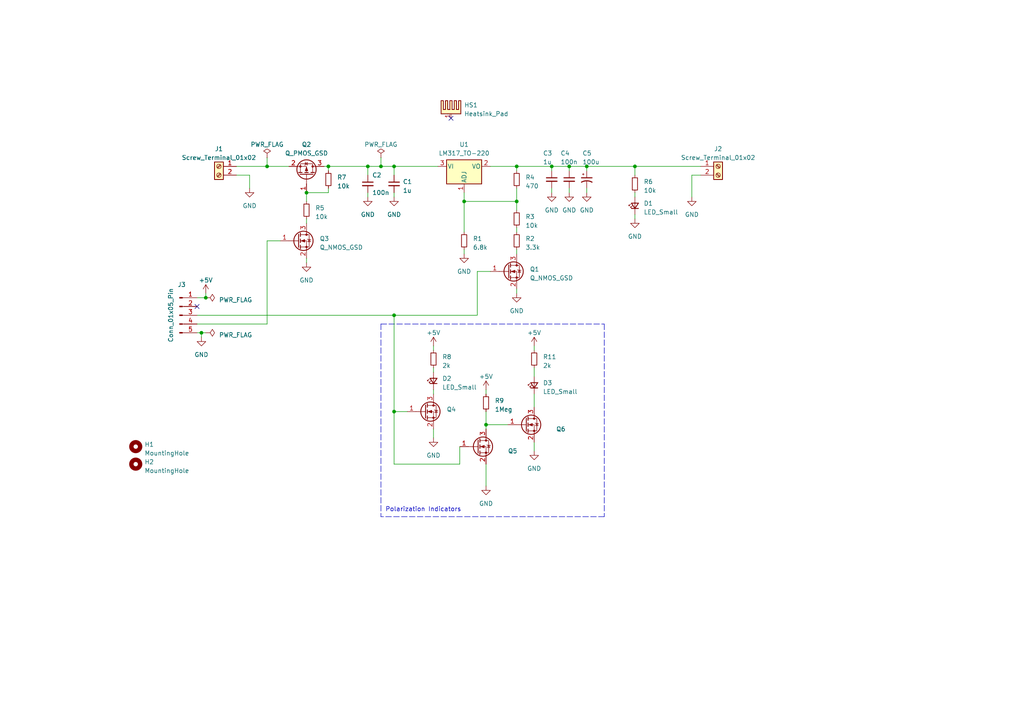
<source format=kicad_sch>
(kicad_sch (version 20230121) (generator eeschema)
  (paper "A4")
  (title_block (title "LNBF PSU") (date "2023-06-22") (rev "1") (company "Deep Space Exploration Society") (comment 1 "Designed by Hans Gaensbauer"))
  (lib_symbols
    (symbol "Connector:Conn_01x05_Pin" (pin_names (offset 1.016) hide)
      (property "Reference" "J" (at 0 7.62 0))
      (property "Value" "Conn_01x05_Pin" (at 0 -7.62 0))
      (symbol "Conn_01x05_Pin_1_1"
        (polyline (pts (xy 1.27 -5.08) (xy 0.8636 -5.08)) (stroke (width 0.1524)))
        (polyline (pts (xy 1.27 -2.54) (xy 0.8636 -2.54)) (stroke (width 0.1524)))
        (polyline (pts (xy 1.27 0) (xy 0.8636 0)) (stroke (width 0.1524)))
        (polyline (pts (xy 1.27 2.54) (xy 0.8636 2.54)) (stroke (width 0.1524)))
        (polyline (pts (xy 1.27 5.08) (xy 0.8636 5.08)) (stroke (width 0.1524)))
        (rectangle (start 0.8636 -4.953) (end 0 -5.207) (stroke (width 0.1524)) (fill (type outline)))
        (rectangle (start 0.8636 -2.413) (end 0 -2.667) (stroke (width 0.1524)) (fill (type outline)))
        (rectangle (start 0.8636 0.127) (end 0 -0.127) (stroke (width 0.1524)) (fill (type outline)))
        (rectangle (start 0.8636 2.667) (end 0 2.413) (stroke (width 0.1524)) (fill (type outline)))
        (rectangle (start 0.8636 5.207) (end 0 4.953) (stroke (width 0.1524)) (fill (type outline)))
        (pin passive line (at 5.08 5.08 180) (length 3.81) (name "Pin_1") (number "1"))
        (pin passive line (at 5.08 2.54 180) (length 3.81) (name "Pin_2") (number "2"))
        (pin passive line (at 5.08 0 180) (length 3.81) (name "Pin_3") (number "3"))
        (pin passive line (at 5.08 -2.54 180) (length 3.81) (name "Pin_4") (number "4"))
        (pin passive line (at 5.08 -5.08 180) (length 3.81) (name "Pin_5") (number "5"))
      )
    )
    (symbol "Connector:Screw_Terminal_01x02" (pin_names (offset 1.016) hide)
      (property "Reference" "J" (at 0 2.54 0))
      (property "Value" "Screw_Terminal_01x02" (at 0 -5.08 0))
      (symbol "Screw_Terminal_01x02_1_1"
        (rectangle (start -1.27 1.27) (end 1.27 -3.81) (stroke (width 0.254)) (fill (type background)))
        (circle (center 0 -2.54) (radius 0.635) (stroke (width 0.1524)))
        (polyline (pts (xy -0.5334 -2.2098) (xy 0.3302 -3.048)) (stroke (width 0.1524)))
        (polyline (pts (xy -0.5334 0.3302) (xy 0.3302 -0.508)) (stroke (width 0.1524)))
        (polyline (pts (xy -0.3556 -2.032) (xy 0.508 -2.8702)) (stroke (width 0.1524)))
        (polyline (pts (xy -0.3556 0.508) (xy 0.508 -0.3302)) (stroke (width 0.1524)))
        (circle (center 0 0) (radius 0.635) (stroke (width 0.1524)))
        (pin passive line (at -5.08 0 0) (length 3.81) (name "Pin_1") (number "1"))
        (pin passive line (at -5.08 -2.54 0) (length 3.81) (name "Pin_2") (number "2"))
      )
    )
    (symbol "Device:C_Polarized_Small_US" (pin_numbers hide) (pin_names (offset 0.254) hide)
      (property "Reference" "C" (at 0.254 1.778 0))
      (property "Value" "C_Polarized_Small_US" (at 0.254 -2.032 0))
      (symbol "C_Polarized_Small_US_0_1"
        (polyline (pts (xy -1.524 0.508) (xy 1.524 0.508)) (stroke (width 0.3048)))
        (polyline (pts (xy -1.27 1.524) (xy -0.762 1.524)))
        (polyline (pts (xy -1.016 1.27) (xy -1.016 1.778)))
        (arc (start 1.524 -0.762) (mid 0 -0.3734) (end -1.524 -0.762) (stroke (width 0.3048)))
      )
      (symbol "C_Polarized_Small_US_1_1"
        (pin passive line (at 0 2.54 270) (length 2.032) (name "~") (number "1"))
        (pin passive line (at 0 -2.54 90) (length 2.032) (name "~") (number "2"))
      )
    )
    (symbol "Device:C_Small" (pin_numbers hide) (pin_names (offset 0.254) hide)
      (property "Reference" "C" (at 0.254 1.778 0))
      (property "Value" "C_Small" (at 0.254 -2.032 0))
      (symbol "C_Small_0_1"
        (polyline (pts (xy -1.524 -0.508) (xy 1.524 -0.508)) (stroke (width 0.3302)))
        (polyline (pts (xy -1.524 0.508) (xy 1.524 0.508)) (stroke (width 0.3048)))
      )
      (symbol "C_Small_1_1"
        (pin passive line (at 0 2.54 270) (length 2.032) (name "~") (number "1"))
        (pin passive line (at 0 -2.54 90) (length 2.032) (name "~") (number "2"))
      )
    )
    (symbol "Device:LED_Small" (pin_numbers hide) (pin_names (offset 0.254) hide)
      (property "Reference" "D" (at -1.27 3.175 0))
      (property "Value" "LED_Small" (at -4.445 -2.54 0))
      (symbol "LED_Small_0_1"
        (polyline (pts (xy -0.762 -1.016) (xy -0.762 1.016)) (stroke (width 0.254)))
        (polyline (pts (xy 1.016 0) (xy -0.762 0)))
        (polyline (pts (xy 0.762 -1.016) (xy -0.762 0) (xy 0.762 1.016) (xy 0.762 -1.016)) (stroke (width 0.254)))
        (polyline (pts (xy 0 0.762) (xy -0.508 1.27) (xy -0.254 1.27) (xy -0.508 1.27) (xy -0.508 1.016)))
        (polyline (pts (xy 0.508 1.27) (xy 0 1.778) (xy 0.254 1.778) (xy 0 1.778) (xy 0 1.524)))
      )
      (symbol "LED_Small_1_1"
        (pin passive line (at -2.54 0 0) (length 1.778) (name "K") (number "1"))
        (pin passive line (at 2.54 0 180) (length 1.778) (name "A") (number "2"))
      )
    )
    (symbol "Device:Q_NMOS_GSD" (pin_names (offset 0) hide)
      (property "Reference" "Q" (at 5.08 1.27 0))
      (property "Value" "Q_NMOS_GSD" (at 5.08 -1.27 0))
      (symbol "Q_NMOS_GSD_0_1"
        (polyline (pts (xy 0.254 0) (xy -2.54 0)))
        (polyline (pts (xy 0.254 1.905) (xy 0.254 -1.905)) (stroke (width 0.254)))
        (polyline (pts (xy 0.762 -1.27) (xy 0.762 -2.286)) (stroke (width 0.254)))
        (polyline (pts (xy 0.762 0.508) (xy 0.762 -0.508)) (stroke (width 0.254)))
        (polyline (pts (xy 0.762 2.286) (xy 0.762 1.27)) (stroke (width 0.254)))
        (polyline (pts (xy 2.54 2.54) (xy 2.54 1.778)))
        (polyline (pts (xy 2.54 -2.54) (xy 2.54 0) (xy 0.762 0)))
        (polyline (pts (xy 0.762 -1.778) (xy 3.302 -1.778) (xy 3.302 1.778) (xy 0.762 1.778)))
        (polyline (pts (xy 1.016 0) (xy 2.032 0.381) (xy 2.032 -0.381) (xy 1.016 0)) (fill (type outline)))
        (polyline (pts (xy 2.794 0.508) (xy 2.921 0.381) (xy 3.683 0.381) (xy 3.81 0.254)))
        (polyline (pts (xy 3.302 0.381) (xy 2.921 -0.254) (xy 3.683 -0.254) (xy 3.302 0.381)))
        (circle (center 1.651 0) (radius 2.794) (stroke (width 0.254)))
        (circle (center 2.54 -1.778) (radius 0.254) (fill (type outline)))
        (circle (center 2.54 1.778) (radius 0.254) (fill (type outline)))
      )
      (symbol "Q_NMOS_GSD_1_1"
        (pin input line (at -5.08 0 0) (length 2.54) (name "G") (number "1"))
        (pin passive line (at 2.54 -5.08 90) (length 2.54) (name "S") (number "2"))
        (pin passive line (at 2.54 5.08 270) (length 2.54) (name "D") (number "3"))
      )
    )
    (symbol "Device:Q_PMOS_GSD" (pin_names (offset 0) hide)
      (property "Reference" "Q" (at 5.08 1.27 0))
      (property "Value" "Q_PMOS_GSD" (at 5.08 -1.27 0))
      (symbol "Q_PMOS_GSD_0_1"
        (polyline (pts (xy 0.254 0) (xy -2.54 0)))
        (polyline (pts (xy 0.254 1.905) (xy 0.254 -1.905)) (stroke (width 0.254)))
        (polyline (pts (xy 0.762 -1.27) (xy 0.762 -2.286)) (stroke (width 0.254)))
        (polyline (pts (xy 0.762 0.508) (xy 0.762 -0.508)) (stroke (width 0.254)))
        (polyline (pts (xy 0.762 2.286) (xy 0.762 1.27)) (stroke (width 0.254)))
        (polyline (pts (xy 2.54 2.54) (xy 2.54 1.778)))
        (polyline (pts (xy 2.54 -2.54) (xy 2.54 0) (xy 0.762 0)))
        (polyline (pts (xy 0.762 1.778) (xy 3.302 1.778) (xy 3.302 -1.778) (xy 0.762 -1.778)))
        (polyline (pts (xy 2.286 0) (xy 1.27 0.381) (xy 1.27 -0.381) (xy 2.286 0)) (fill (type outline)))
        (polyline (pts (xy 2.794 -0.508) (xy 2.921 -0.381) (xy 3.683 -0.381) (xy 3.81 -0.254)))
        (polyline (pts (xy 3.302 -0.381) (xy 2.921 0.254) (xy 3.683 0.254) (xy 3.302 -0.381)))
        (circle (center 1.651 0) (radius 2.794) (stroke (width 0.254)))
        (circle (center 2.54 -1.778) (radius 0.254) (fill (type outline)))
        (circle (center 2.54 1.778) (radius 0.254) (fill (type outline)))
      )
      (symbol "Q_PMOS_GSD_1_1"
        (pin input line (at -5.08 0 0) (length 2.54) (name "G") (number "1"))
        (pin passive line (at 2.54 -5.08 90) (length 2.54) (name "S") (number "2"))
        (pin passive line (at 2.54 5.08 270) (length 2.54) (name "D") (number "3"))
      )
    )
    (symbol "Device:R_Small" (pin_numbers hide) (pin_names (offset 0.254) hide)
      (property "Reference" "R" (at 0.762 0.508 0))
      (property "Value" "R_Small" (at 0.762 -1.016 0))
      (symbol "R_Small_0_1"
        (rectangle (start -0.762 1.778) (end 0.762 -1.778) (stroke (width 0.2032)))
      )
      (symbol "R_Small_1_1"
        (pin passive line (at 0 2.54 270) (length 0.762) (name "~") (number "1"))
        (pin passive line (at 0 -2.54 90) (length 0.762) (name "~") (number "2"))
      )
    )
    (symbol "Mechanical:Heatsink_Pad" (pin_names (offset 0))
      (property "Reference" "HS" (at 0 5.715 0))
      (property "Value" "Heatsink_Pad" (at 0 3.81 0))
      (symbol "Heatsink_Pad_0_1"
        (polyline (pts (xy -0.3302 0) (xy -0.9652 0) (xy -0.9652 2.54) (xy -1.6002 2.54) (xy -1.6002 0) (xy -2.2352 0) (xy -2.2352 2.54) (xy -2.8702 2.54) (xy -2.8702 -1.27) (xy -0.9652 -1.27)) (stroke (width 0.254)) (fill (type background)))
        (polyline (pts (xy -0.3302 0) (xy -0.3302 2.54) (xy 0.3048 2.54) (xy 0.3048 0) (xy 0.9398 0) (xy 0.9398 2.54) (xy 1.5748 2.54) (xy 1.5748 0) (xy 2.2098 0) (xy 2.2098 2.54) (xy 2.8448 2.54) (xy 2.8448 -1.27) (xy -0.9652 -1.27)) (stroke (width 0.254)) (fill (type background)))
      )
      (symbol "Heatsink_Pad_1_1"
        (pin passive line (at 0 -2.54 90) (length 1.27) (name "~") (number "1"))
      )
    )
    (symbol "Mechanical:MountingHole" (pin_names (offset 1.016))
      (property "Reference" "H" (at 0 5.08 0))
      (property "Value" "MountingHole" (at 0 3.175 0))
      (symbol "MountingHole_0_1"
        (circle (center 0 0) (radius 1.27) (stroke (width 1.27)))
      )
    )
    (symbol "Regulator_Linear:LM317_TO-220" (pin_names (offset 0.254))
      (property "Reference" "U" (at -3.81 3.175 0))
      (property "Value" "LM317_TO-220" (at 0 3.175 0))
      (symbol "LM317_TO-220_0_1"
        (rectangle (start -5.08 1.905) (end 5.08 -5.08) (stroke (width 0.254)) (fill (type background)))
      )
      (symbol "LM317_TO-220_1_1"
        (pin input line (at 0 -7.62 90) (length 2.54) (name "ADJ") (number "1"))
        (pin power_out line (at 7.62 0 180) (length 2.54) (name "VO") (number "2"))
        (pin power_in line (at -7.62 0 0) (length 2.54) (name "VI") (number "3"))
      )
    )
    (symbol "power:+5V" (power) (pin_names (offset 0))
      (property "Value" "+5V" (at 0 3.556 0))
      (symbol "+5V_0_1"
        (polyline (pts (xy -0.762 1.27) (xy 0 2.54)))
        (polyline (pts (xy 0 0) (xy 0 2.54)))
        (polyline (pts (xy 0 2.54) (xy 0.762 1.27)))
      )
      (symbol "+5V_1_1"
        (pin power_in line (at 0 0 90) (length 0) hide (name "+5V") (number "1"))
      )
    )
    (symbol "power:GND" (power) (pin_names (offset 0))
      (property "Value" "GND" (at 0 -3.81 0))
      (symbol "GND_0_1"
        (polyline (pts (xy 0 0) (xy 0 -1.27) (xy 1.27 -1.27) (xy 0 -2.54) (xy -1.27 -1.27) (xy 0 -1.27)))
      )
      (symbol "GND_1_1"
        (pin power_in line (at 0 0 270) (length 0) hide (name "GND") (number "1"))
      )
    )
    (symbol "power:PWR_FLAG" (power) (pin_numbers hide) (pin_names (offset 0) hide)
      (property "Value" "PWR_FLAG" (at 0 3.81 0))
      (symbol "PWR_FLAG_0_0"
        (pin power_out line (at 0 0 90) (length 0) (name "pwr") (number "1"))
      )
      (symbol "PWR_FLAG_0_1"
        (polyline (pts (xy 0 0) (xy 0 1.27) (xy -1.016 1.905) (xy 0 2.54) (xy 1.016 1.905) (xy 0 1.27)))
      )
    )
  )
  (junction (at 114.3 48.26))
  (junction (at 149.86 58.42))
  (junction (at 88.9 55.88))
  (junction (at 114.3 119.38))
  (junction (at 106.68 48.26))
  (junction (at 110.49 48.26))
  (junction (at 114.3 91.44))
  (junction (at 149.86 48.26))
  (junction (at 165.1 48.26))
  (junction (at 160.02 48.26))
  (junction (at 59.69 86.36))
  (junction (at 184.15 48.26))
  (junction (at 77.47 48.26))
  (junction (at 58.42 96.52))
  (junction (at 170.18 48.26))
  (junction (at 134.62 58.42))
  (junction (at 95.25 48.26))
  (junction (at 140.97 123.19))
  (no_connect (at 57.15 88.9))
  (no_connect (at 130.81 34.29))
  (wire (pts (xy 88.9 55.88) (xy 95.25 55.88)))
  (wire (pts (xy 165.1 54.61) (xy 165.1 55.88)))
  (wire (pts (xy 154.94 100.33) (xy 154.94 101.6)))
  (wire (pts (xy 95.25 54.61) (xy 95.25 55.88)))
  (wire (pts (xy 77.47 45.72) (xy 77.47 48.26)))
  (wire (pts (xy 165.1 48.26) (xy 170.18 48.26)))
  (wire (pts (xy 77.47 69.85) (xy 77.47 93.98)))
  (wire (pts (xy 154.94 128.27) (xy 154.94 130.81)))
  (wire (pts (xy 72.39 54.61) (xy 72.39 50.8)))
  (wire (pts (xy 149.86 58.42) (xy 149.86 60.96)))
  (wire (pts (xy 77.47 93.98) (xy 57.15 93.98)))
  (wire (pts (xy 134.62 55.88) (xy 134.62 58.42)))
  (wire (pts (xy 149.86 72.39) (xy 149.86 73.66)))
  (wire (pts (xy 133.35 129.54) (xy 133.35 134.62)))
  (wire (pts (xy 77.47 48.26) (xy 83.82 48.26)))
  (wire (pts (xy 93.98 48.26) (xy 95.25 48.26)))
  (wire (pts (xy 160.02 48.26) (xy 160.02 49.53)))
  (polyline (pts (xy 175.26 149.86) (xy 110.49 149.86)) (stroke (width 0) (type dash)))
  (wire (pts (xy 125.73 100.33) (xy 125.73 101.6)))
  (wire (pts (xy 77.47 69.85) (xy 81.28 69.85)))
  (wire (pts (xy 154.94 106.68) (xy 154.94 109.22)))
  (wire (pts (xy 58.42 96.52) (xy 57.15 96.52)))
  (wire (pts (xy 106.68 48.26) (xy 110.49 48.26)))
  (wire (pts (xy 114.3 48.26) (xy 114.3 50.8)))
  (wire (pts (xy 149.86 48.26) (xy 160.02 48.26)))
  (wire (pts (xy 160.02 54.61) (xy 160.02 55.88)))
  (wire (pts (xy 140.97 123.19) (xy 140.97 124.46)))
  (wire (pts (xy 142.24 48.26) (xy 149.86 48.26)))
  (wire (pts (xy 134.62 58.42) (xy 134.62 67.31)))
  (wire (pts (xy 114.3 119.38) (xy 114.3 91.44)))
  (wire (pts (xy 149.86 54.61) (xy 149.86 58.42)))
  (wire (pts (xy 165.1 48.26) (xy 165.1 49.53)))
  (wire (pts (xy 57.15 86.36) (xy 59.69 86.36)))
  (wire (pts (xy 106.68 48.26) (xy 106.68 50.8)))
  (wire (pts (xy 184.15 48.26) (xy 184.15 50.8)))
  (wire (pts (xy 110.49 48.26) (xy 114.3 48.26)))
  (wire (pts (xy 170.18 49.53) (xy 170.18 48.26)))
  (wire (pts (xy 138.43 78.74) (xy 138.43 91.44)))
  (wire (pts (xy 88.9 63.5) (xy 88.9 64.77)))
  (wire (pts (xy 133.35 134.62) (xy 114.3 134.62)))
  (wire (pts (xy 140.97 119.38) (xy 140.97 123.19)))
  (wire (pts (xy 114.3 55.88) (xy 114.3 57.15)))
  (wire (pts (xy 203.2 50.8) (xy 200.66 50.8)))
  (wire (pts (xy 95.25 48.26) (xy 95.25 49.53)))
  (wire (pts (xy 200.66 50.8) (xy 200.66 57.15)))
  (wire (pts (xy 140.97 113.03) (xy 140.97 114.3)))
  (wire (pts (xy 58.42 97.79) (xy 58.42 96.52)))
  (wire (pts (xy 125.73 113.03) (xy 125.73 114.3)))
  (wire (pts (xy 57.15 91.44) (xy 114.3 91.44)))
  (wire (pts (xy 149.86 48.26) (xy 149.86 49.53)))
  (wire (pts (xy 59.69 85.09) (xy 59.69 86.36)))
  (polyline (pts (xy 110.49 93.98) (xy 175.26 93.98)) (stroke (width 0) (type dash)))
  (wire (pts (xy 140.97 123.19) (xy 147.32 123.19)))
  (wire (pts (xy 160.02 48.26) (xy 165.1 48.26)))
  (wire (pts (xy 114.3 48.26) (xy 127 48.26)))
  (wire (pts (xy 170.18 48.26) (xy 184.15 48.26)))
  (wire (pts (xy 184.15 62.23) (xy 184.15 63.5)))
  (wire (pts (xy 134.62 58.42) (xy 149.86 58.42)))
  (wire (pts (xy 184.15 48.26) (xy 203.2 48.26)))
  (wire (pts (xy 88.9 74.93) (xy 88.9 76.2)))
  (wire (pts (xy 95.25 48.26) (xy 106.68 48.26)))
  (polyline (pts (xy 110.49 93.98) (xy 110.49 149.86)) (stroke (width 0) (type dash)))
  (wire (pts (xy 72.39 50.8) (xy 68.58 50.8)))
  (wire (pts (xy 149.86 83.82) (xy 149.86 85.09)))
  (wire (pts (xy 125.73 106.68) (xy 125.73 107.95)))
  (wire (pts (xy 58.42 96.52) (xy 59.69 96.52)))
  (wire (pts (xy 134.62 72.39) (xy 134.62 73.66)))
  (wire (pts (xy 114.3 119.38) (xy 118.11 119.38)))
  (wire (pts (xy 125.73 124.46) (xy 125.73 127)))
  (wire (pts (xy 170.18 54.61) (xy 170.18 55.88)))
  (wire (pts (xy 88.9 55.88) (xy 88.9 58.42)))
  (wire (pts (xy 68.58 48.26) (xy 77.47 48.26)))
  (wire (pts (xy 138.43 91.44) (xy 114.3 91.44)))
  (wire (pts (xy 106.68 55.88) (xy 106.68 57.15)))
  (wire (pts (xy 149.86 66.04) (xy 149.86 67.31)))
  (polyline (pts (xy 175.26 93.98) (xy 175.26 149.86)) (stroke (width 0) (type dash)))
  (wire (pts (xy 110.49 45.72) (xy 110.49 48.26)))
  (wire (pts (xy 142.24 78.74) (xy 138.43 78.74)))
  (wire (pts (xy 114.3 134.62) (xy 114.3 119.38)))
  (wire (pts (xy 140.97 134.62) (xy 140.97 140.97)))
  (wire (pts (xy 184.15 55.88) (xy 184.15 57.15)))
  (wire (pts (xy 154.94 114.3) (xy 154.94 118.11)))
  (text "Polarization Indicators" (at 111.76 148.59 0) (effects (font (size 1.27 1.27)) (justify left bottom)))
  (symbol (lib_id "power:GND") (at 140.97 140.97 0) (unit 1)
    (property "Reference" "#PWR010" (effects hide))
    (property "Value" "GND" (at 140.97 146.05 0))
  )
  (symbol (lib_id "Device:R_Small") (at 88.9 60.96 0) (unit 1)
    (property "Reference" "R5" (at 91.44 60.325 0) (effects (justify left)))
    (property "Value" "10k" (at 91.44 62.865 0) (effects (justify left)))
    (property "Footprint" "Resistor_SMD:R_0603_1608Metric" (effects hide))
  )
  (symbol (lib_id "Device:R_Small") (at 134.62 69.85 0) (unit 1)
    (property "Reference" "R1" (at 137.16 69.215 0) (effects (justify left)))
    (property "Value" "6.8k" (at 137.16 71.755 0) (effects (justify left)))
    (property "Footprint" "Resistor_SMD:R_0603_1608Metric" (effects hide))
  )
  (symbol (lib_id "Device:C_Small") (at 106.68 53.34 0) (unit 1)
    (property "Reference" "C2" (at 107.95 50.8 0) (effects (justify left)))
    (property "Value" "100n" (at 107.95 55.88 0) (effects (justify left)))
    (property "Footprint" "Capacitor_SMD:C_1206_3216Metric" (effects hide))
  )
  (symbol (lib_id "power:PWR_FLAG") (at 110.49 45.72 0) (unit 1)
    (property "Reference" "#FLG04" (effects hide))
    (property "Value" "PWR_FLAG" (at 110.49 41.91 0))
  )
  (symbol (lib_id "Device:LED_Small") (at 125.73 110.49 90) (unit 1)
    (property "Reference" "D2" (at 128.27 109.7915 90) (effects (justify right)))
    (property "Value" "LED_Small" (at 128.27 112.3315 90) (effects (justify right)))
    (property "Footprint" "LED_SMD:LED_0805_2012Metric" (effects hide))
  )
  (symbol (lib_id "Device:C_Small") (at 114.3 53.34 0) (unit 1)
    (property "Reference" "C1" (at 116.84 52.7113 0) (effects (justify left)))
    (property "Value" "1u" (at 116.84 55.2513 0) (effects (justify left)))
    (property "Footprint" "Capacitor_SMD:C_0805_2012Metric" (effects hide))
  )
  (symbol (lib_id "Device:Q_NMOS_GSD") (at 152.4 123.19 0) (unit 1)
    (property "Reference" "Q6" (at 161.29 124.46 0) (effects (justify left)))
    (property "Value" "Q_NMOS_GSD" (effects hide))
    (property "Footprint" "Package_TO_SOT_SMD:SOT-23" (effects hide))
  )
  (symbol (lib_id "Mechanical:MountingHole") (at 39.37 134.62 0) (unit 1)
    (property "Reference" "H2" (at 41.91 133.985 0) (effects (justify left)))
    (property "Value" "MountingHole" (at 41.91 136.525 0) (effects (justify left)))
    (property "Footprint" "MountingHole:MountingHole_2.7mm_M2.5" (effects hide))
  )
  (symbol (lib_id "power:GND") (at 125.73 127 0) (unit 1)
    (property "Reference" "#PWR09" (effects hide))
    (property "Value" "GND" (at 125.73 132.08 0))
  )
  (symbol (lib_id "Device:Q_NMOS_GSD") (at 123.19 119.38 0) (unit 1)
    (property "Reference" "Q4" (at 129.54 118.745 0) (effects (justify left)))
    (property "Value" "Q_NMOS_GSD" (effects hide))
    (property "Footprint" "Package_TO_SOT_SMD:SOT-23" (effects hide))
  )
  (symbol (lib_id "power:+5V") (at 140.97 113.03 0) (unit 1)
    (property "Reference" "#PWR014" (effects hide))
    (property "Value" "+5V" (at 140.97 109.22 0))
  )
  (symbol (lib_id "power:GND") (at 134.62 73.66 0) (unit 1)
    (property "Reference" "#PWR01" (effects hide))
    (property "Value" "GND" (at 134.62 78.74 0))
  )
  (symbol (lib_id "Device:R_Small") (at 125.73 104.14 0) (unit 1)
    (property "Reference" "R8" (at 128.27 103.505 0) (effects (justify left)))
    (property "Value" "2k" (at 128.27 106.045 0) (effects (justify left)))
    (property "Footprint" "Resistor_SMD:R_0603_1608Metric" (effects hide))
  )
  (symbol (lib_id "Connector:Screw_Terminal_01x02") (at 63.5 48.26 0) (mirror y) (unit 1)
    (property "Reference" "J1" (at 63.5 43.18 0))
    (property "Value" "Screw_Terminal_01x02" (at 63.5 45.72 0))
    (property "Footprint" "TerminalBlock_Phoenix:TerminalBlock_Phoenix_MKDS-3-2-5.08_1x02_P5.08mm_Horizontal" (effects hide))
  )
  (symbol (lib_id "power:+5V") (at 59.69 85.09 0) (unit 1)
    (property "Reference" "#PWR016" (effects hide))
    (property "Value" "+5V" (at 59.69 81.28 0))
  )
  (symbol (lib_id "power:PWR_FLAG") (at 59.69 96.52 270) (unit 1)
    (property "Reference" "#FLG03" (effects hide))
    (property "Value" "PWR_FLAG" (at 63.5 97.155 90) (effects (justify left)))
  )
  (symbol (lib_id "power:GND") (at 154.94 130.81 0) (unit 1)
    (property "Reference" "#PWR012" (effects hide))
    (property "Value" "GND" (at 154.94 135.89 0))
  )
  (symbol (lib_id "power:GND") (at 106.68 57.15 0) (unit 1)
    (property "Reference" "#PWR04" (effects hide))
    (property "Value" "GND" (at 106.68 62.23 0))
  )
  (symbol (lib_id "power:GND") (at 88.9 76.2 0) (unit 1)
    (property "Reference" "#PWR07" (effects hide))
    (property "Value" "GND" (at 88.9 81.28 0))
  )
  (symbol (lib_id "Device:R_Small") (at 154.94 104.14 0) (unit 1)
    (property "Reference" "R11" (at 157.48 103.505 0) (effects (justify left)))
    (property "Value" "2k" (at 157.48 106.045 0) (effects (justify left)))
    (property "Footprint" "Resistor_SMD:R_0603_1608Metric" (effects hide))
  )
  (symbol (lib_id "Device:R_Small") (at 140.97 116.84 0) (unit 1)
    (property "Reference" "R9" (at 143.51 116.205 0) (effects (justify left)))
    (property "Value" "1Meg" (at 143.51 118.745 0) (effects (justify left)))
    (property "Footprint" "Resistor_SMD:R_0603_1608Metric" (effects hide))
  )
  (symbol (lib_id "Device:C_Polarized_Small_US") (at 170.18 52.07 0) (unit 1)
    (property "Reference" "C5" (at 168.91 44.45 0) (effects (justify left)))
    (property "Value" "100u" (at 168.91 46.99 0) (effects (justify left)))
    (property "Footprint" "Capacitor_SMD:CP_Elec_10x10" (effects hide))
  )
  (symbol (lib_id "power:GND") (at 170.18 55.88 0) (unit 1)
    (property "Reference" "#PWR019" (effects hide))
    (property "Value" "GND" (at 170.18 60.96 0))
  )
  (symbol (lib_id "Device:Q_PMOS_GSD") (at 88.9 50.8 270) (mirror x) (unit 1)
    (property "Reference" "Q2" (at 88.9 41.91 90))
    (property "Value" "Q_PMOS_GSD" (at 88.9 44.45 90))
    (property "Footprint" "Package_TO_SOT_SMD:TO-252-2" (effects hide))
  )
  (symbol (lib_id "power:PWR_FLAG") (at 77.47 45.72 0) (unit 1)
    (property "Reference" "#FLG02" (effects hide))
    (property "Value" "PWR_FLAG" (at 77.47 41.91 0))
  )
  (symbol (lib_id "Device:C_Small") (at 165.1 52.07 0) (unit 1)
    (property "Reference" "C4" (at 162.56 44.45 0) (effects (justify left)))
    (property "Value" "100n" (at 162.56 46.99 0) (effects (justify left)))
    (property "Footprint" "Capacitor_SMD:C_1206_3216Metric" (effects hide))
  )
  (symbol (lib_id "Device:R_Small") (at 184.15 53.34 0) (unit 1)
    (property "Reference" "R6" (at 186.69 52.705 0) (effects (justify left)))
    (property "Value" "10k" (at 186.69 55.245 0) (effects (justify left)))
    (property "Footprint" "Resistor_SMD:R_0603_1608Metric" (effects hide))
  )
  (symbol (lib_id "Device:LED_Small") (at 154.94 111.76 90) (unit 1)
    (property "Reference" "D3" (at 157.48 111.0615 90) (effects (justify right)))
    (property "Value" "LED_Small" (at 157.48 113.6015 90) (effects (justify right)))
    (property "Footprint" "LED_SMD:LED_0805_2012Metric" (effects hide))
  )
  (symbol (lib_id "Connector:Screw_Terminal_01x02") (at 208.28 48.26 0) (unit 1)
    (property "Reference" "J2" (at 208.28 43.18 0))
    (property "Value" "Screw_Terminal_01x02" (at 208.28 45.72 0))
    (property "Footprint" "TerminalBlock_Phoenix:TerminalBlock_Phoenix_MKDS-3-2-5.08_1x02_P5.08mm_Horizontal" (effects hide))
  )
  (symbol (lib_id "power:GND") (at 58.42 97.79 0) (unit 1)
    (property "Reference" "#PWR011" (effects hide))
    (property "Value" "GND" (at 58.42 102.87 0))
  )
  (symbol (lib_id "power:GND") (at 160.02 55.88 0) (unit 1)
    (property "Reference" "#PWR017" (effects hide))
    (property "Value" "GND" (at 160.02 60.96 0))
  )
  (symbol (lib_id "power:GND") (at 184.15 63.5 0) (unit 1)
    (property "Reference" "#PWR06" (effects hide))
    (property "Value" "GND" (at 184.15 68.58 0))
  )
  (symbol (lib_id "power:PWR_FLAG") (at 59.69 86.36 270) (unit 1)
    (property "Reference" "#FLG01" (effects hide))
    (property "Value" "PWR_FLAG" (at 63.5 86.995 90) (effects (justify left)))
  )
  (symbol (lib_id "Device:R_Small") (at 95.25 52.07 0) (unit 1)
    (property "Reference" "R7" (at 97.79 51.435 0) (effects (justify left)))
    (property "Value" "10k" (at 97.79 53.975 0) (effects (justify left)))
    (property "Footprint" "Resistor_SMD:R_0603_1608Metric" (effects hide))
  )
  (symbol (lib_id "Mechanical:Heatsink_Pad") (at 130.81 31.75 0) (unit 1)
    (property "Reference" "HS1" (at 134.62 30.48 0) (effects (justify left)))
    (property "Value" "Heatsink_Pad" (at 134.62 33.02 0) (effects (justify left)))
    (property "Footprint" "interferometer:TO-220-RS-Heatsink" (effects hide))
  )
  (symbol (lib_id "power:GND") (at 72.39 54.61 0) (unit 1)
    (property "Reference" "#PWR08" (effects hide))
    (property "Value" "GND" (at 72.39 59.69 0))
  )
  (symbol (lib_id "power:+5V") (at 125.73 100.33 0) (unit 1)
    (property "Reference" "#PWR013" (effects hide))
    (property "Value" "+5V" (at 125.73 96.52 0))
  )
  (symbol (lib_id "Regulator_Linear:LM317_TO-220") (at 134.62 48.26 0) (unit 1)
    (property "Reference" "U1" (at 134.62 41.91 0))
    (property "Value" "LM317_TO-220" (at 134.62 44.45 0))
    (property "Footprint" "Package_TO_SOT_THT:TO-220F-3_Horizontal_TabDown" (effects hide))
    (property "Datasheet" "http://www.ti.com/lit/ds/symlink/lm317.pdf" (effects hide))
  )
  (symbol (lib_id "power:+5V") (at 154.94 100.33 0) (unit 1)
    (property "Reference" "#PWR015" (effects hide))
    (property "Value" "+5V" (at 154.94 96.52 0))
  )
  (symbol (lib_id "Device:Q_NMOS_GSD") (at 86.36 69.85 0) (unit 1)
    (property "Reference" "Q3" (at 92.71 69.215 0) (effects (justify left)))
    (property "Value" "Q_NMOS_GSD" (at 92.71 71.755 0) (effects (justify left)))
    (property "Footprint" "Package_TO_SOT_SMD:SOT-23" (effects hide))
  )
  (symbol (lib_id "power:GND") (at 114.3 57.15 0) (unit 1)
    (property "Reference" "#PWR03" (effects hide))
    (property "Value" "GND" (at 114.3 62.23 0))
  )
  (symbol (lib_id "Device:C_Small") (at 160.02 52.07 0) (unit 1)
    (property "Reference" "C3" (at 157.48 44.45 0) (effects (justify left)))
    (property "Value" "1u" (at 157.48 46.99 0) (effects (justify left)))
    (property "Footprint" "Capacitor_SMD:C_0805_2012Metric" (effects hide))
  )
  (symbol (lib_id "power:GND") (at 200.66 57.15 0) (unit 1)
    (property "Reference" "#PWR05" (effects hide))
    (property "Value" "GND" (at 200.66 62.23 0))
  )
  (symbol (lib_id "Mechanical:MountingHole") (at 39.37 129.54 0) (unit 1)
    (property "Reference" "H1" (at 41.91 128.905 0) (effects (justify left)))
    (property "Value" "MountingHole" (at 41.91 131.445 0) (effects (justify left)))
    (property "Footprint" "MountingHole:MountingHole_2.7mm_M2.5" (effects hide))
  )
  (symbol (lib_id "Device:Q_NMOS_GSD") (at 138.43 129.54 0) (unit 1)
    (property "Reference" "Q5" (at 147.32 130.81 0) (effects (justify left)))
    (property "Value" "Q_NMOS_GSD" (effects hide))
    (property "Footprint" "Package_TO_SOT_SMD:SOT-23" (effects hide))
  )
  (symbol (lib_id "power:GND") (at 165.1 55.88 0) (unit 1)
    (property "Reference" "#PWR018" (effects hide))
    (property "Value" "GND" (at 165.1 60.96 0))
  )
  (symbol (lib_id "Device:R_Small") (at 149.86 52.07 0) (unit 1)
    (property "Reference" "R4" (at 152.4 51.435 0) (effects (justify left)))
    (property "Value" "470" (at 152.4 53.975 0) (effects (justify left)))
    (property "Footprint" "Resistor_SMD:R_0603_1608Metric" (effects hide))
  )
  (symbol (lib_id "Device:R_Small") (at 149.86 63.5 0) (unit 1)
    (property "Reference" "R3" (at 152.4 62.865 0) (effects (justify left)))
    (property "Value" "10k" (at 152.4 65.405 0) (effects (justify left)))
    (property "Footprint" "Resistor_SMD:R_0603_1608Metric" (effects hide))
  )
  (symbol (lib_id "Device:LED_Small") (at 184.15 59.69 90) (unit 1)
    (property "Reference" "D1" (at 186.69 58.9915 90) (effects (justify right)))
    (property "Value" "LED_Small" (at 186.69 61.5315 90) (effects (justify right)))
    (property "Footprint" "LED_SMD:LED_0805_2012Metric" (effects hide))
  )
  (symbol (lib_id "power:GND") (at 149.86 85.09 0) (unit 1)
    (property "Reference" "#PWR02" (effects hide))
    (property "Value" "GND" (at 149.86 90.17 0))
  )
  (symbol (lib_id "Device:R_Small") (at 149.86 69.85 0) (unit 1)
    (property "Reference" "R2" (at 152.4 69.215 0) (effects (justify left)))
    (property "Value" "3.3k" (at 152.4 71.755 0) (effects (justify left)))
    (property "Footprint" "Resistor_SMD:R_0603_1608Metric" (effects hide))
  )
  (symbol (lib_id "Connector:Conn_01x05_Pin") (at 52.07 91.44 0) (unit 1)
    (property "Reference" "J3" (at 52.705 82.55 0))
    (property "Value" "Conn_01x05_Pin" (at 49.53 91.44 90))
    (property "Footprint" "Connector_PinHeader_2.54mm:PinHeader_1x05_P2.54mm_Vertical" (effects hide))
  )
  (symbol (lib_id "Device:Q_NMOS_GSD") (at 147.32 78.74 0) (unit 1)
    (property "Reference" "Q1" (at 153.67 78.105 0) (effects (justify left)))
    (property "Value" "Q_NMOS_GSD" (at 153.67 80.645 0) (effects (justify left)))
    (property "Footprint" "Package_TO_SOT_SMD:SOT-23" (effects hide))
  )
)
</source>
